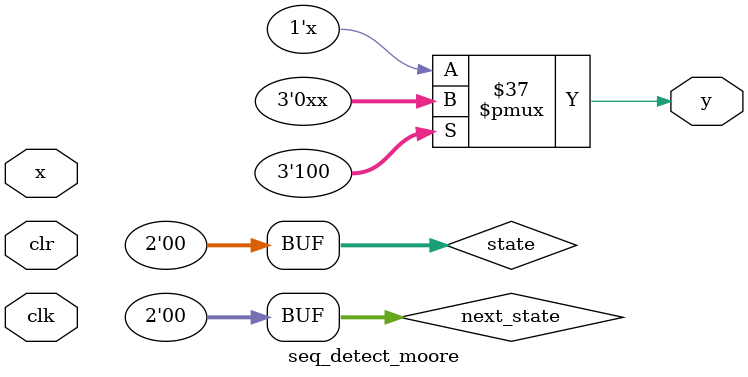
<source format=v>
module seq_detect_moore 
  (
    output reg y,   // output y, single bit
    input x,    // input x, single bit
    input clk,  // input clock signal
    input clr   // input clear, active low
  );

  parameter S0 = 0, S1 = 1, S2 = 2;  // FSM has 3 states
  reg [1:0] state, next_state; // To store 4 states, we need a 2 bit register called state
  // reg y_prev;
//   initial $monitor("y = %b", y);
  initial y = 1'bz;

  always @(clr) begin
    if(clr==0) begin
      state = S0;
      next_state = S0;
    end
  end

  always @(posedge clk) begin // state change procedural block 
      // y = y_prev;
      state = next_state;
  end
  
  always @(x,state) begin  // State transition function T: State x Input_symbol -> State
    case (state)
      S0: begin
        if (x == 1'b0) next_state = S1;
        else if (x == 1'b1) next_state = S2;
        else next_state = S0;
      end
      
      S1: begin
        if (x == 1'b0) next_state = S1;
        else if (x == 1'b1) next_state = S2;
        else next_state = S1;
      end
      
      S2: begin
        if (x == 1'b0) next_state = S1;
        else if (x == 1'b1) next_state = S2;
        else next_state = S2;
      end
      
      default: begin
        state = S0;
        next_state = S0;
      end
    endcase
  end
  
  //In case of Mealy machine, an output is associated with a state transition
  always @(x,state) begin // Output function G: State x Input_symbol -> Output Symbol, here 0 or 1
    case (state)
      S0: begin
        if(x == 0) y = 0;
        else y = 0;
      end

      S1: begin
        if(x==0) y = 1;
        else y = 0;
      end
  
      S2: begin
        if(x==0) y = 1;
        else y = 0;
      end
    endcase
  end
endmodule


/*
  always @(x) begin // Output function G: State x Input_symbol -> Output Symbol, here 0 or 1
    case (state)
      S0: begin
       y = 0;
      end

      S1: begin
        if(x==0) y = 1;
        else y = 0;
      end
  
      S2: begin
        if(x==0) y = 1;
        else y = 0;
      end
  
      S3: begin
        if(x==0) y = 1;
        else y = 0;
      end
    endcase
  end



  module seq_detect_mealy 
  (
    output reg y,   // output y, single bit
    input x,    // input x, single bit
    input clk,  // input clock signal
    input clr   // input clear, active low
  );

  parameter S0 = 0, S1 = 1, S2 = 2, S3 = 3;  // FSM has 4 states
  reg [1:0] state, next_state; // To store 4 states, we need a 2 bit register called state
  
  module seq_detect_mealy 
  (
    output reg y,   // output y, single bit
    input x,    // input x, single bit
    input clk,  // input clock signal
    input clr   // input clear, active low
  );

  parameter S0 = 0, S1 = 1, S2 = 2, S3 = 3;  // FSM has 4 states
  reg [1:0] state, next_state; // To store 4 states, we need a 2 bit register called state
  
  module seq_detect_mealy 
  (
    output reg y,   // output y, single bit
    input x,    // input x, single bit
    input clk,  // input clock signal
    input clr   // input clear, active low
  );

  parameter S0 = 0, S1 = 1, S2 = 2, S3 = 3;  // FSM has 4 states
  reg [1:0] state, next_state; // To store 4 states, we need a 2 bit register called state
  
  initial begin
    state = S0;
    next_state = S0;
  end
  
  always @(posedge clk, clr) begin // state change procedural block 
    if(clr==0) begin
      state = S0;
      next_state = S0;
    end
    else begin
      state = next_state;
    end
  end
  
  always @(state, x) begin  // State transition function T: State x Input_symbol -> State
    case (state)
      S0: begin
        if (x == 0)begin
          y=0; next_state = S1;
        end
        else if (x == 1)begin
          y=0; next_state = S3;
        end
        else next_state = S0;
      end
      
      S1: begin
        if (x == 0) begin
          y = 1;
          next_state = S2;
        end
        else if (x == 1) begin
          y = 0;
          next_state = S3;
        end
        else next_state = S1;
      end
      
      S2: begin
        if (x == 0) begin
          y = 1;
          next_state = S1;
        end
        else if (x == 1) begin
          y = 0;
          next_state = S3;
        end
        else next_state = S2;
      end
      
      S3: begin
        if (x == 0) begin
          y = 1;
          next_state = S2;
        end
        else if (x == 1) begin
          y = 0;
          next_state = S3;
        end
        else next_state = S3;
        // else next_state = S3;
      end
      
      default: begin
        state = S0;
        next_state = S0;
      end
    endcase
  end
  
  //In case of Mealy machine, an output is associated with a state transition

endmodule
  */

  /*

  module seq_detect_mealy 
  (
    output reg y,   // output y, single bit
    input x,    // input x, single bit
    input clk,  // input clock signal
    input clr   // input clear, active low
  );

  parameter S0 = 0, S1 = 1, S2 = 2, S3 = 3;  // FSM has 4 states
  reg [1:0] state, next_state; // To store 4 states, we need a 2 bit register called state
  
  initial begin
    state = S0;
    next_state = S0;
  end
  
  always @(posedge clk, clr) begin // state change procedural block 
    if(clr==0) begin
      state = S0;
      next_state = S0;
    end
    else begin
      state = next_state;
    end
  end
  
  always @(x) begin  // State transition function T: State x Input_symbol -> State
    case (state)
      S0: begin
        if (x == 0)begin
          y=0; next_state = S1;
        end
        else if (x == 1)begin
          y=0; next_state = S3;
        end
        else next_state = S0;
      end
      
      S1: begin
        if (x == 0) begin
          y = 1;
          next_state = S2;
        end
        else if (x == 1) begin
          y = 0;
          next_state = S3;
        end
        else next_state = S1;
      end
      
      S2: begin
        if (x == 0) begin
          y = 1;
          next_state = S1;
        end
        else if (x == 1) begin
          y = 0;
          next_state = S3;
        end
        else next_state = S2;
      end
      
      S3: begin
        if (x == 0) begin
          y = 1;
          next_state = S2;
        end
        else if (x == 1) begin
          y = 0;
          next_state = S3;
        end
        else next_state = S3;
        // else next_state = S3;
      end
      
      default: begin
        state = S0;
        next_state = S0;
      end
    endcase
  end
  
  //In case of Mealy machine, an output is associated with a state transition

endmodule


module seq_detect_moore
  (
    output reg y,   // output y, single bit
    input x,    // input x, single bit
    input clk,  // input clock signal
    input clr   // input clear, active low
  );

  parameter S0 = 0, S1 = 1, S2 = 2, S3 = 3;  // FSM has 4 states
  reg [1:0] state, next_state; // To store 4 states, we need a 2 bit register called state
  
//  initial $monitor($time," clk = %b x = %b y = %b state = %d next_state = %d, clr = %b", clk, x, y, state,next_state, clr);
//   initial $monitor("y = %b", y);
  always @(posedge clk, clr) begin // state change procedural block 
    if(clr==0) begin
      state = S0;
      next_state = S0;
    end
    else begin
      state = next_state;
    end
  end
  
  always @(x) begin  // State transition function T: State x Input_symbol -> State
    case (state)
      S0: begin
        if (x == 0) next_state = S1;
        else if (x == 1) next_state = S3;
        else next_state = S0;
      end
      
      S1: begin
        if (x == 0) next_state = S2;
        else if (x == 1) next_state = S3;
        else next_state = S1;
      end
      
      S2: begin
        if (x == 0) next_state = S1;
        else if (x == 1) next_state = S3;
        else next_state = S2;
      end
      
      S3: begin
        if (x == 0) next_state = S2;
        else if (x == 1) next_state = S3;
        else next_state = S3;
        // else next_state = S3;
      end
      
      default: begin
        state = S0;
        next_state = S0;
      end
    endcase
  end
  
  //In case of Mealy machine, an output is associated with a state transition
  always @(state) begin // Output function G: State x Input_symbol -> Output Symbol, here 0 or 1
    case (state)
      S0: y = 0;

      S1: y = 0;

      S2: y = 1;
      
      S3: y = 0;
     
    endcase
  end
endmodule
*/

</source>
